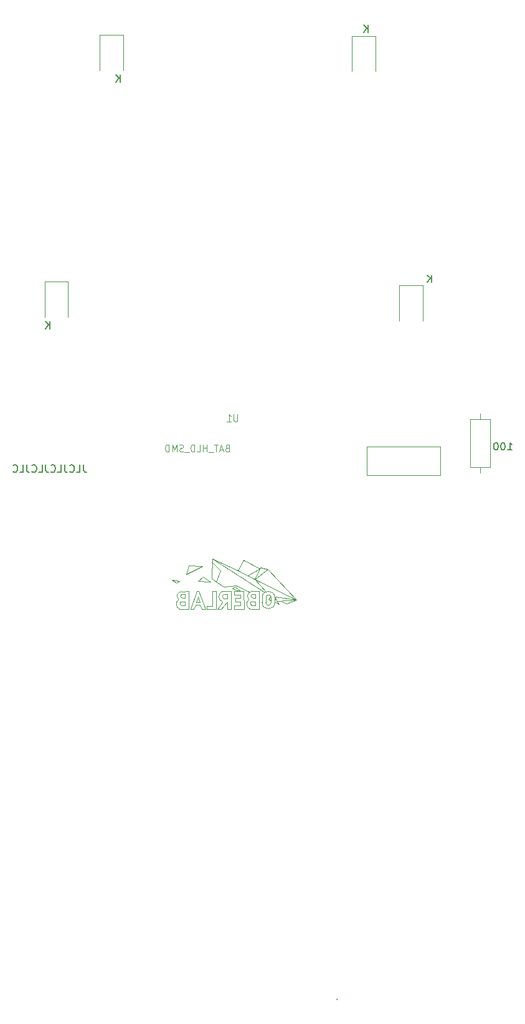
<source format=gbr>
%TF.GenerationSoftware,KiCad,Pcbnew,9.0.6*%
%TF.CreationDate,2025-12-01T09:21:34+01:00*%
%TF.ProjectId,BL_Santa,424c5f53-616e-4746-912e-6b696361645f,rev?*%
%TF.SameCoordinates,Original*%
%TF.FileFunction,Legend,Bot*%
%TF.FilePolarity,Positive*%
%FSLAX46Y46*%
G04 Gerber Fmt 4.6, Leading zero omitted, Abs format (unit mm)*
G04 Created by KiCad (PCBNEW 9.0.6) date 2025-12-01 09:21:34*
%MOMM*%
%LPD*%
G01*
G04 APERTURE LIST*
%ADD10C,0.150000*%
%ADD11C,0.050000*%
%ADD12C,0.120000*%
%ADD13C,0.010000*%
G04 APERTURE END LIST*
D10*
X94463220Y-112069819D02*
X94463220Y-111069819D01*
X93891792Y-112069819D02*
X94320363Y-111498390D01*
X93891792Y-111069819D02*
X94463220Y-111641247D01*
X104063220Y-78569819D02*
X104063220Y-77569819D01*
X103491792Y-78569819D02*
X103920363Y-77998390D01*
X103491792Y-77569819D02*
X104063220Y-78141247D01*
X137763220Y-71769819D02*
X137763220Y-70769819D01*
X137191792Y-71769819D02*
X137620363Y-71198390D01*
X137191792Y-70769819D02*
X137763220Y-71341247D01*
X146363220Y-105769819D02*
X146363220Y-104769819D01*
X145791792Y-105769819D02*
X146220363Y-105198390D01*
X145791792Y-104769819D02*
X146363220Y-105341247D01*
X99077506Y-130569819D02*
X99077506Y-131284104D01*
X99077506Y-131284104D02*
X99125125Y-131426961D01*
X99125125Y-131426961D02*
X99220363Y-131522200D01*
X99220363Y-131522200D02*
X99363220Y-131569819D01*
X99363220Y-131569819D02*
X99458458Y-131569819D01*
X98125125Y-131569819D02*
X98601315Y-131569819D01*
X98601315Y-131569819D02*
X98601315Y-130569819D01*
X97220363Y-131474580D02*
X97267982Y-131522200D01*
X97267982Y-131522200D02*
X97410839Y-131569819D01*
X97410839Y-131569819D02*
X97506077Y-131569819D01*
X97506077Y-131569819D02*
X97648934Y-131522200D01*
X97648934Y-131522200D02*
X97744172Y-131426961D01*
X97744172Y-131426961D02*
X97791791Y-131331723D01*
X97791791Y-131331723D02*
X97839410Y-131141247D01*
X97839410Y-131141247D02*
X97839410Y-130998390D01*
X97839410Y-130998390D02*
X97791791Y-130807914D01*
X97791791Y-130807914D02*
X97744172Y-130712676D01*
X97744172Y-130712676D02*
X97648934Y-130617438D01*
X97648934Y-130617438D02*
X97506077Y-130569819D01*
X97506077Y-130569819D02*
X97410839Y-130569819D01*
X97410839Y-130569819D02*
X97267982Y-130617438D01*
X97267982Y-130617438D02*
X97220363Y-130665057D01*
X96506077Y-130569819D02*
X96506077Y-131284104D01*
X96506077Y-131284104D02*
X96553696Y-131426961D01*
X96553696Y-131426961D02*
X96648934Y-131522200D01*
X96648934Y-131522200D02*
X96791791Y-131569819D01*
X96791791Y-131569819D02*
X96887029Y-131569819D01*
X95553696Y-131569819D02*
X96029886Y-131569819D01*
X96029886Y-131569819D02*
X96029886Y-130569819D01*
X94648934Y-131474580D02*
X94696553Y-131522200D01*
X94696553Y-131522200D02*
X94839410Y-131569819D01*
X94839410Y-131569819D02*
X94934648Y-131569819D01*
X94934648Y-131569819D02*
X95077505Y-131522200D01*
X95077505Y-131522200D02*
X95172743Y-131426961D01*
X95172743Y-131426961D02*
X95220362Y-131331723D01*
X95220362Y-131331723D02*
X95267981Y-131141247D01*
X95267981Y-131141247D02*
X95267981Y-130998390D01*
X95267981Y-130998390D02*
X95220362Y-130807914D01*
X95220362Y-130807914D02*
X95172743Y-130712676D01*
X95172743Y-130712676D02*
X95077505Y-130617438D01*
X95077505Y-130617438D02*
X94934648Y-130569819D01*
X94934648Y-130569819D02*
X94839410Y-130569819D01*
X94839410Y-130569819D02*
X94696553Y-130617438D01*
X94696553Y-130617438D02*
X94648934Y-130665057D01*
X93934648Y-130569819D02*
X93934648Y-131284104D01*
X93934648Y-131284104D02*
X93982267Y-131426961D01*
X93982267Y-131426961D02*
X94077505Y-131522200D01*
X94077505Y-131522200D02*
X94220362Y-131569819D01*
X94220362Y-131569819D02*
X94315600Y-131569819D01*
X92982267Y-131569819D02*
X93458457Y-131569819D01*
X93458457Y-131569819D02*
X93458457Y-130569819D01*
X92077505Y-131474580D02*
X92125124Y-131522200D01*
X92125124Y-131522200D02*
X92267981Y-131569819D01*
X92267981Y-131569819D02*
X92363219Y-131569819D01*
X92363219Y-131569819D02*
X92506076Y-131522200D01*
X92506076Y-131522200D02*
X92601314Y-131426961D01*
X92601314Y-131426961D02*
X92648933Y-131331723D01*
X92648933Y-131331723D02*
X92696552Y-131141247D01*
X92696552Y-131141247D02*
X92696552Y-130998390D01*
X92696552Y-130998390D02*
X92648933Y-130807914D01*
X92648933Y-130807914D02*
X92601314Y-130712676D01*
X92601314Y-130712676D02*
X92506076Y-130617438D01*
X92506076Y-130617438D02*
X92363219Y-130569819D01*
X92363219Y-130569819D02*
X92267981Y-130569819D01*
X92267981Y-130569819D02*
X92125124Y-130617438D01*
X92125124Y-130617438D02*
X92077505Y-130665057D01*
X91363219Y-130569819D02*
X91363219Y-131284104D01*
X91363219Y-131284104D02*
X91410838Y-131426961D01*
X91410838Y-131426961D02*
X91506076Y-131522200D01*
X91506076Y-131522200D02*
X91648933Y-131569819D01*
X91648933Y-131569819D02*
X91744171Y-131569819D01*
X90410838Y-131569819D02*
X90887028Y-131569819D01*
X90887028Y-131569819D02*
X90887028Y-130569819D01*
X89506076Y-131474580D02*
X89553695Y-131522200D01*
X89553695Y-131522200D02*
X89696552Y-131569819D01*
X89696552Y-131569819D02*
X89791790Y-131569819D01*
X89791790Y-131569819D02*
X89934647Y-131522200D01*
X89934647Y-131522200D02*
X90029885Y-131426961D01*
X90029885Y-131426961D02*
X90077504Y-131331723D01*
X90077504Y-131331723D02*
X90125123Y-131141247D01*
X90125123Y-131141247D02*
X90125123Y-130998390D01*
X90125123Y-130998390D02*
X90077504Y-130807914D01*
X90077504Y-130807914D02*
X90029885Y-130712676D01*
X90029885Y-130712676D02*
X89934647Y-130617438D01*
X89934647Y-130617438D02*
X89791790Y-130569819D01*
X89791790Y-130569819D02*
X89696552Y-130569819D01*
X89696552Y-130569819D02*
X89553695Y-130617438D01*
X89553695Y-130617438D02*
X89506076Y-130665057D01*
D11*
X120005714Y-123680019D02*
X120005714Y-124489542D01*
X120005714Y-124489542D02*
X119962857Y-124584780D01*
X119962857Y-124584780D02*
X119920000Y-124632400D01*
X119920000Y-124632400D02*
X119834285Y-124680019D01*
X119834285Y-124680019D02*
X119662857Y-124680019D01*
X119662857Y-124680019D02*
X119577142Y-124632400D01*
X119577142Y-124632400D02*
X119534285Y-124584780D01*
X119534285Y-124584780D02*
X119491428Y-124489542D01*
X119491428Y-124489542D02*
X119491428Y-123680019D01*
X118591428Y-124680019D02*
X119105714Y-124680019D01*
X118848571Y-124680019D02*
X118848571Y-123680019D01*
X118848571Y-123680019D02*
X118934285Y-123822876D01*
X118934285Y-123822876D02*
X119020000Y-123918114D01*
X119020000Y-123918114D02*
X119105714Y-123965733D01*
X118598570Y-128276209D02*
X118469998Y-128323828D01*
X118469998Y-128323828D02*
X118427141Y-128371447D01*
X118427141Y-128371447D02*
X118384284Y-128466685D01*
X118384284Y-128466685D02*
X118384284Y-128609542D01*
X118384284Y-128609542D02*
X118427141Y-128704780D01*
X118427141Y-128704780D02*
X118469998Y-128752400D01*
X118469998Y-128752400D02*
X118555713Y-128800019D01*
X118555713Y-128800019D02*
X118898570Y-128800019D01*
X118898570Y-128800019D02*
X118898570Y-127800019D01*
X118898570Y-127800019D02*
X118598570Y-127800019D01*
X118598570Y-127800019D02*
X118512856Y-127847638D01*
X118512856Y-127847638D02*
X118469998Y-127895257D01*
X118469998Y-127895257D02*
X118427141Y-127990495D01*
X118427141Y-127990495D02*
X118427141Y-128085733D01*
X118427141Y-128085733D02*
X118469998Y-128180971D01*
X118469998Y-128180971D02*
X118512856Y-128228590D01*
X118512856Y-128228590D02*
X118598570Y-128276209D01*
X118598570Y-128276209D02*
X118898570Y-128276209D01*
X118041427Y-128514304D02*
X117612856Y-128514304D01*
X118127141Y-128800019D02*
X117827141Y-127800019D01*
X117827141Y-127800019D02*
X117527141Y-128800019D01*
X117355712Y-127800019D02*
X116841427Y-127800019D01*
X117098569Y-128800019D02*
X117098569Y-127800019D01*
X116755713Y-128895257D02*
X116069998Y-128895257D01*
X115855713Y-128800019D02*
X115855713Y-127800019D01*
X115855713Y-128276209D02*
X115341427Y-128276209D01*
X115341427Y-128800019D02*
X115341427Y-127800019D01*
X114484284Y-128800019D02*
X114912856Y-128800019D01*
X114912856Y-128800019D02*
X114912856Y-127800019D01*
X114184285Y-128800019D02*
X114184285Y-127800019D01*
X114184285Y-127800019D02*
X113969999Y-127800019D01*
X113969999Y-127800019D02*
X113841428Y-127847638D01*
X113841428Y-127847638D02*
X113755713Y-127942876D01*
X113755713Y-127942876D02*
X113712856Y-128038114D01*
X113712856Y-128038114D02*
X113669999Y-128228590D01*
X113669999Y-128228590D02*
X113669999Y-128371447D01*
X113669999Y-128371447D02*
X113712856Y-128561923D01*
X113712856Y-128561923D02*
X113755713Y-128657161D01*
X113755713Y-128657161D02*
X113841428Y-128752400D01*
X113841428Y-128752400D02*
X113969999Y-128800019D01*
X113969999Y-128800019D02*
X114184285Y-128800019D01*
X113498571Y-128895257D02*
X112812856Y-128895257D01*
X112641428Y-128752400D02*
X112512857Y-128800019D01*
X112512857Y-128800019D02*
X112298571Y-128800019D01*
X112298571Y-128800019D02*
X112212857Y-128752400D01*
X112212857Y-128752400D02*
X112169999Y-128704780D01*
X112169999Y-128704780D02*
X112127142Y-128609542D01*
X112127142Y-128609542D02*
X112127142Y-128514304D01*
X112127142Y-128514304D02*
X112169999Y-128419066D01*
X112169999Y-128419066D02*
X112212857Y-128371447D01*
X112212857Y-128371447D02*
X112298571Y-128323828D01*
X112298571Y-128323828D02*
X112469999Y-128276209D01*
X112469999Y-128276209D02*
X112555714Y-128228590D01*
X112555714Y-128228590D02*
X112598571Y-128180971D01*
X112598571Y-128180971D02*
X112641428Y-128085733D01*
X112641428Y-128085733D02*
X112641428Y-127990495D01*
X112641428Y-127990495D02*
X112598571Y-127895257D01*
X112598571Y-127895257D02*
X112555714Y-127847638D01*
X112555714Y-127847638D02*
X112469999Y-127800019D01*
X112469999Y-127800019D02*
X112255714Y-127800019D01*
X112255714Y-127800019D02*
X112127142Y-127847638D01*
X111741428Y-128800019D02*
X111741428Y-127800019D01*
X111741428Y-127800019D02*
X111441428Y-128514304D01*
X111441428Y-128514304D02*
X111141428Y-127800019D01*
X111141428Y-127800019D02*
X111141428Y-128800019D01*
X110712857Y-128800019D02*
X110712857Y-127800019D01*
X110712857Y-127800019D02*
X110498571Y-127800019D01*
X110498571Y-127800019D02*
X110370000Y-127847638D01*
X110370000Y-127847638D02*
X110284285Y-127942876D01*
X110284285Y-127942876D02*
X110241428Y-128038114D01*
X110241428Y-128038114D02*
X110198571Y-128228590D01*
X110198571Y-128228590D02*
X110198571Y-128371447D01*
X110198571Y-128371447D02*
X110241428Y-128561923D01*
X110241428Y-128561923D02*
X110284285Y-128657161D01*
X110284285Y-128657161D02*
X110370000Y-128752400D01*
X110370000Y-128752400D02*
X110498571Y-128800019D01*
X110498571Y-128800019D02*
X110712857Y-128800019D01*
D10*
X156766666Y-128554819D02*
X157338094Y-128554819D01*
X157052380Y-128554819D02*
X157052380Y-127554819D01*
X157052380Y-127554819D02*
X157147618Y-127697676D01*
X157147618Y-127697676D02*
X157242856Y-127792914D01*
X157242856Y-127792914D02*
X157338094Y-127840533D01*
X156147618Y-127554819D02*
X156052380Y-127554819D01*
X156052380Y-127554819D02*
X155957142Y-127602438D01*
X155957142Y-127602438D02*
X155909523Y-127650057D01*
X155909523Y-127650057D02*
X155861904Y-127745295D01*
X155861904Y-127745295D02*
X155814285Y-127935771D01*
X155814285Y-127935771D02*
X155814285Y-128173866D01*
X155814285Y-128173866D02*
X155861904Y-128364342D01*
X155861904Y-128364342D02*
X155909523Y-128459580D01*
X155909523Y-128459580D02*
X155957142Y-128507200D01*
X155957142Y-128507200D02*
X156052380Y-128554819D01*
X156052380Y-128554819D02*
X156147618Y-128554819D01*
X156147618Y-128554819D02*
X156242856Y-128507200D01*
X156242856Y-128507200D02*
X156290475Y-128459580D01*
X156290475Y-128459580D02*
X156338094Y-128364342D01*
X156338094Y-128364342D02*
X156385713Y-128173866D01*
X156385713Y-128173866D02*
X156385713Y-127935771D01*
X156385713Y-127935771D02*
X156338094Y-127745295D01*
X156338094Y-127745295D02*
X156290475Y-127650057D01*
X156290475Y-127650057D02*
X156242856Y-127602438D01*
X156242856Y-127602438D02*
X156147618Y-127554819D01*
X155195237Y-127554819D02*
X155099999Y-127554819D01*
X155099999Y-127554819D02*
X155004761Y-127602438D01*
X155004761Y-127602438D02*
X154957142Y-127650057D01*
X154957142Y-127650057D02*
X154909523Y-127745295D01*
X154909523Y-127745295D02*
X154861904Y-127935771D01*
X154861904Y-127935771D02*
X154861904Y-128173866D01*
X154861904Y-128173866D02*
X154909523Y-128364342D01*
X154909523Y-128364342D02*
X154957142Y-128459580D01*
X154957142Y-128459580D02*
X155004761Y-128507200D01*
X155004761Y-128507200D02*
X155099999Y-128554819D01*
X155099999Y-128554819D02*
X155195237Y-128554819D01*
X155195237Y-128554819D02*
X155290475Y-128507200D01*
X155290475Y-128507200D02*
X155338094Y-128459580D01*
X155338094Y-128459580D02*
X155385713Y-128364342D01*
X155385713Y-128364342D02*
X155433332Y-128173866D01*
X155433332Y-128173866D02*
X155433332Y-127935771D01*
X155433332Y-127935771D02*
X155385713Y-127745295D01*
X155385713Y-127745295D02*
X155338094Y-127650057D01*
X155338094Y-127650057D02*
X155290475Y-127602438D01*
X155290475Y-127602438D02*
X155195237Y-127554819D01*
D11*
%TO.C,G\u002A\u002A\u002A*%
X120800000Y-143525000D02*
X123000000Y-144700000D01*
X123000000Y-144700000D02*
X121425000Y-145600000D01*
X128025000Y-148950000D02*
X126700000Y-149425000D01*
X125125000Y-148475000D02*
X125350000Y-149100000D01*
X125350000Y-149100000D02*
X128025000Y-148950000D01*
X119800000Y-146950000D02*
X121625000Y-147850000D01*
X118125000Y-147175000D02*
X119800000Y-146950000D01*
X116500000Y-146050000D02*
X118125000Y-147175000D01*
X128025000Y-148950000D02*
X124125000Y-144775000D01*
X128025000Y-148950000D02*
X125125000Y-148475000D01*
D12*
X118175000Y-148200000D02*
X118625000Y-148200000D01*
D11*
X119675000Y-147125000D02*
X119275000Y-147400000D01*
X120450000Y-147725000D02*
X119675000Y-147125000D01*
D12*
X119125000Y-147750000D02*
X119125000Y-150200000D01*
X122425000Y-149650000D02*
X121975000Y-149650000D01*
X122925000Y-147750000D02*
X122975000Y-150200000D01*
D11*
X124125000Y-144775000D02*
X123100000Y-144525000D01*
X111700000Y-146675000D02*
X112125000Y-146350000D01*
D12*
X122425000Y-149150000D02*
X122425000Y-149650000D01*
D11*
X111125000Y-146200000D02*
X111700000Y-146675000D01*
D12*
X117775000Y-150200000D02*
X117375000Y-150200000D01*
X119575000Y-150200000D02*
X119575000Y-149700000D01*
X118675000Y-149250000D02*
X118525000Y-149250000D01*
X119125000Y-150200000D02*
X118675000Y-150200000D01*
D11*
X120050000Y-144950000D02*
X116575000Y-143325000D01*
X115350000Y-145825000D02*
X114650000Y-146400000D01*
X120050000Y-144950000D02*
X122375000Y-146100000D01*
X116575000Y-143325000D02*
X116500000Y-146050000D01*
D12*
X112850000Y-149675000D02*
X112400000Y-149675000D01*
X117275000Y-150200000D02*
X117975000Y-149250000D01*
X118625000Y-148200000D02*
X118625000Y-148750000D01*
X112850000Y-148675000D02*
X112550000Y-148675000D01*
D11*
X113425000Y-144300000D02*
X115225000Y-144350000D01*
X124200000Y-148850000D02*
X124575000Y-149025000D01*
X123675000Y-147925000D02*
X116575000Y-143325000D01*
X115225000Y-144350000D02*
X113075000Y-145475000D01*
X125625000Y-149475000D02*
X125050000Y-148675000D01*
X114650000Y-146400000D02*
X116325000Y-146500000D01*
D12*
X112850000Y-148225000D02*
X112850000Y-148675000D01*
X122425000Y-148150000D02*
X122175000Y-148150000D01*
X118625000Y-148750000D02*
X118125000Y-148750000D01*
X120425000Y-149700000D02*
X120425000Y-149150000D01*
X119575000Y-149700000D02*
X120425000Y-149700000D01*
X123875000Y-148600000D02*
X123875000Y-149250000D01*
D11*
X119275000Y-147400000D02*
X120250000Y-147750000D01*
X124125000Y-144775000D02*
X122375000Y-146100000D01*
X124525000Y-148450000D02*
X124200000Y-148850000D01*
D12*
X122025000Y-147763605D02*
X122925000Y-147750000D01*
D11*
X125075000Y-149200000D02*
X125625000Y-149475000D01*
X112125000Y-146350000D02*
X111125000Y-146200000D01*
D12*
X112850000Y-148175000D02*
X112600000Y-148175000D01*
X122424999Y-149145050D02*
X122024999Y-149145050D01*
X112450000Y-147788605D02*
X113350000Y-147775000D01*
D11*
X122375000Y-146100000D02*
X128025000Y-148950000D01*
D12*
X114625000Y-148475000D02*
X114900000Y-149225000D01*
X114400000Y-149225000D02*
X114625000Y-148475000D01*
X120825000Y-150200000D02*
X119575000Y-150200000D01*
X118016269Y-147744594D02*
X119125000Y-147750000D01*
X112849999Y-149170050D02*
X112449999Y-149170050D01*
X112850000Y-149175000D02*
X112850000Y-149675000D01*
X113400000Y-150225000D02*
X112200000Y-150225000D01*
D11*
X126700000Y-149425000D02*
X125875000Y-149075000D01*
D12*
X122975000Y-150200000D02*
X121775000Y-150200000D01*
X124575000Y-148600000D02*
X124575000Y-149300000D01*
D11*
X117675000Y-144950000D02*
X117100000Y-146450000D01*
X116550000Y-143725000D02*
X117675000Y-144950000D01*
X116350000Y-146500000D02*
X115350000Y-145825000D01*
D12*
X113350000Y-147775000D02*
X113400000Y-150225000D01*
D11*
X120800000Y-143525000D02*
X120050000Y-144950000D01*
X123100000Y-144525000D02*
X122375000Y-146100000D01*
X113075000Y-145475000D02*
X113425000Y-144300000D01*
D12*
X118675000Y-150200000D02*
X118675000Y-149250000D01*
X117375000Y-150200000D02*
X117275000Y-150200000D01*
X118525000Y-149250000D02*
X117775000Y-150200000D01*
X115850000Y-149750000D02*
X115850000Y-150200000D01*
X114325000Y-149625000D02*
X114075000Y-150225000D01*
X115175000Y-150225000D02*
X114925000Y-149625000D01*
X120425000Y-148250000D02*
X119575000Y-148250000D01*
X122425000Y-148650000D02*
X122125000Y-148650000D01*
X114900000Y-149225000D02*
X114400000Y-149225000D01*
X119575000Y-147750000D02*
X120875000Y-147750000D01*
X114775000Y-147775000D02*
X115675000Y-150225000D01*
X120425000Y-149150000D02*
X119775000Y-149150000D01*
X119575000Y-148250000D02*
X119575000Y-147750000D01*
X115175000Y-150225000D02*
X115675000Y-150225000D01*
D11*
X122375000Y-146100000D02*
X123850000Y-147825000D01*
D12*
X116625000Y-147750000D02*
X116600000Y-149750000D01*
X117100000Y-150200000D02*
X117075000Y-147750000D01*
X119775000Y-149150000D02*
X119775000Y-148700000D01*
X114075000Y-150225000D02*
X113675000Y-150225000D01*
X114450000Y-147775000D02*
X114775000Y-147775000D01*
X119775000Y-148700000D02*
X120425000Y-148700000D01*
X122425000Y-148200000D02*
X122425000Y-148650000D01*
X120425000Y-148700000D02*
X120425000Y-148250000D01*
X113675000Y-150225000D02*
X114450000Y-147775000D01*
X120925000Y-150200000D02*
X120825000Y-150200000D01*
X120875000Y-147750000D02*
X120925000Y-150200000D01*
X123375000Y-148600000D02*
X123375000Y-149300000D01*
X125075000Y-149300000D02*
X125075000Y-148600000D01*
X117075000Y-147750000D02*
X116625000Y-147750000D01*
D13*
X133572361Y-203195226D02*
X133508542Y-203259045D01*
X133444723Y-203195226D01*
X133508542Y-203131407D01*
X133572361Y-203195226D01*
G36*
X133572361Y-203195226D02*
G01*
X133508542Y-203259045D01*
X133444723Y-203195226D01*
X133508542Y-203131407D01*
X133572361Y-203195226D01*
G37*
D12*
X115850000Y-150200000D02*
X117100000Y-150200000D01*
X116600000Y-149750000D02*
X115850000Y-149750000D01*
X114925000Y-149625000D02*
X114325000Y-149625000D01*
X122125000Y-148650000D02*
G75*
G02*
X122185634Y-148157464I0J250000D01*
G01*
X121575001Y-148849999D02*
G75*
G02*
X122025000Y-147763605I449999J449999D01*
G01*
X123375000Y-148600000D02*
G75*
G02*
X125075000Y-148600000I850000J0D01*
G01*
X121975001Y-149649999D02*
G75*
G02*
X122024999Y-149145050I49999J249999D01*
G01*
X112000001Y-148874999D02*
G75*
G02*
X112450000Y-147788605I449999J449999D01*
G01*
X121775001Y-150199999D02*
G75*
G02*
X121598744Y-148891063I249999J699999D01*
G01*
X112550000Y-148675000D02*
G75*
G02*
X112610634Y-148182464I0J250000D01*
G01*
X112400001Y-149674999D02*
G75*
G02*
X112449999Y-149170050I49999J249999D01*
G01*
X123875000Y-148600000D02*
G75*
G02*
X124575000Y-148600000I350000J0D01*
G01*
X124575000Y-149300000D02*
G75*
G02*
X123875000Y-149300000I-350000J0D01*
G01*
X118125001Y-148749999D02*
G75*
G02*
X118125001Y-148200001I124999J274999D01*
G01*
X112200001Y-150224999D02*
G75*
G02*
X112023744Y-148916063I249999J699999D01*
G01*
X125075000Y-149300000D02*
G75*
G02*
X123375000Y-149300000I-850000J0D01*
G01*
X118000001Y-149199999D02*
G75*
G02*
X118016269Y-147744594I249999J724999D01*
G01*
%TO.C,D3*%
X142000000Y-106190000D02*
X145200000Y-106190000D01*
X142000000Y-110950000D02*
X142000000Y-106190000D01*
X145200000Y-110950000D02*
X145200000Y-106190000D01*
X101270000Y-72160000D02*
X104470000Y-72160000D01*
X101270000Y-76920000D02*
X101270000Y-72160000D01*
X104470000Y-76920000D02*
X104470000Y-72160000D01*
X93800000Y-105690000D02*
X97000000Y-105690000D01*
X93800000Y-110450000D02*
X93800000Y-105690000D01*
X97000000Y-110450000D02*
X97000000Y-105690000D01*
%TO.C,S1*%
X137612400Y-128069600D02*
X137587000Y-132006600D01*
X137612400Y-132006600D02*
X147569200Y-132006600D01*
X147569200Y-128069600D02*
X137612400Y-128069600D01*
X147569200Y-132006600D02*
X147569200Y-128069600D01*
%TO.C,R2*%
X153010000Y-123582000D02*
X153010000Y-124352000D01*
X153010000Y-131662000D02*
X153010000Y-130892000D01*
X154380000Y-130892000D02*
X151640000Y-130892000D01*
X151640000Y-124352000D01*
X154380000Y-124352000D01*
X154380000Y-130892000D01*
%TO.C,D3*%
X135550000Y-72290000D02*
X138750000Y-72290000D01*
X135550000Y-77050000D02*
X135550000Y-72290000D01*
X138750000Y-77050000D02*
X138750000Y-72290000D01*
%TD*%
M02*

</source>
